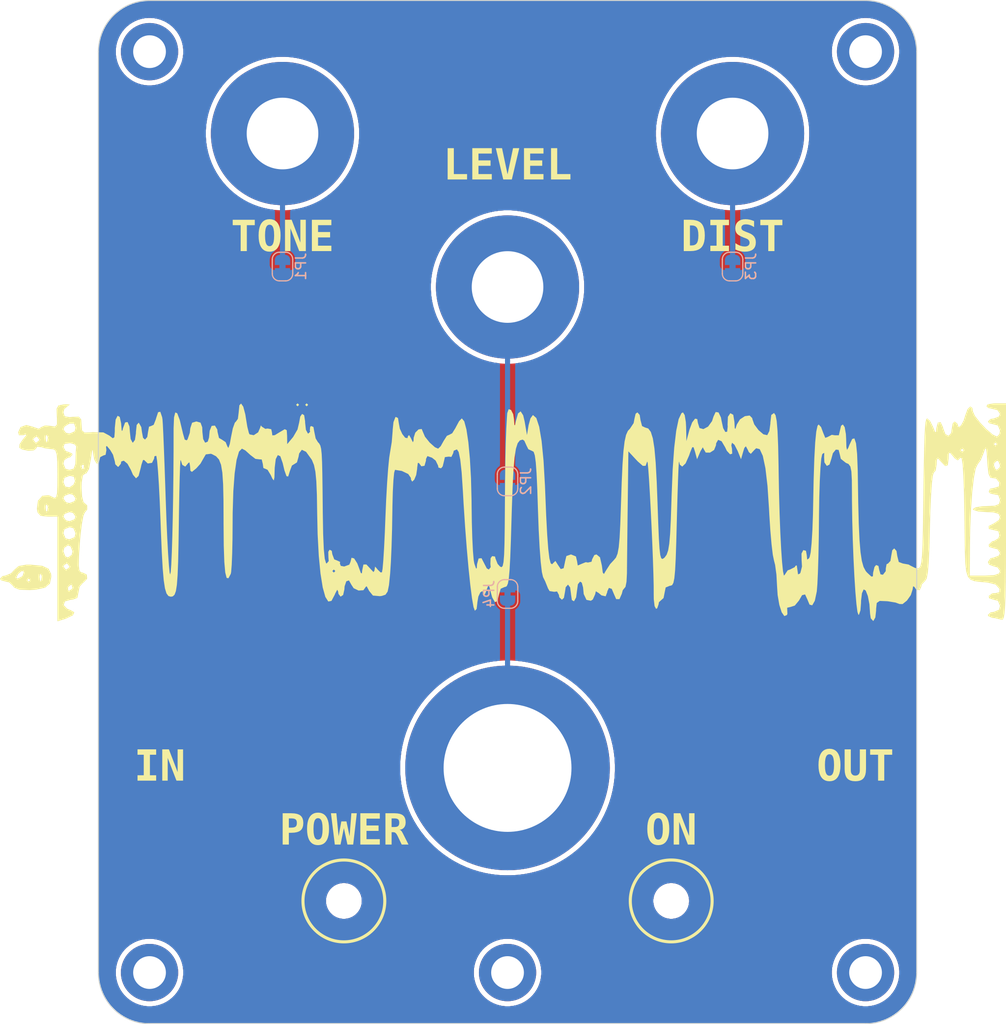
<source format=kicad_pcb>
(kicad_pcb (version 20241229) (generator "pcbnew") (generator_version "9.0")
  (layers (0 "F.Cu" signal) (2 "B.Cu" signal) (13 "F.Paste" user) (15 "B.Paste" user) (5 "F.SilkS" user "F.Silkscreen") (7 "B.SilkS" user "B.Silkscreen") (1 "F.Mask" user) (3 "B.Mask" user) (25 "Edge.Cuts" user))
  (net 0 "")
  (net 1 "Net-(JP1-B)")
  (net 2 "Net-(JP2-B)")
  (net 3 "Net-(JP3-B)")
  (net 4 "Net-(JP4-B)")
  (net 5 "0")
  (footprint "MountingHole:MountingHole_3mm" (layer "F.Cu") (at 106 138)
    (property "Reference" "H9" (hide yes))
    (property "Value" "MountingHole")
    (pad "" np_thru_hole circle (at 0 0) (size 3 3) (drill 3) (layers "*.Cu" "*.Mask"))
  )
  (footprint "MountingHole:MountingHole_3.2mm_M3_DIN965_Pad_TopBottom" (layer "F.Cu") (at 55 145)
    (property "Reference" "H3" (hide yes))
    (property "Value" "MountingHole")
    (pad "1" thru_hole circle (at 0 0) (size 3.6 3.6) (drill 3.2) (layers "*.Cu" "*.Mask"))
    (pad "1" connect circle (at 0 0) (size 5.6 5.6) (layers "F.Cu" "F.Mask"))
    (pad "1" connect circle (at 0 0) (size 5.6 5.6) (layers "B.Cu" "B.Mask"))
  )
  (footprint "pedale:plated_pot_hole" (layer "F.Cu") (at 90 78 90)
    (property "Reference" "H6" (hide yes))
    (property "Value" "MountingHole_Pad")
    (pad "1" thru_hole circle (at 0 0 90) (size 14 14) (drill 7) (layers "*.Cu" "*.Mask") (net 2 "Net-(JP2-B)"))
  )
  (footprint "pedale:plated_pot_hole" (layer "F.Cu") (at 112 63 90)
    (property "Reference" "H7" (hide yes))
    (property "Value" "MountingHole_Pad")
    (pad "1" thru_hole circle (at 0 0 90) (size 14 14) (drill 7) (layers "*.Cu" "*.Mask") (net 3 "Net-(JP3-B)"))
  )
  (footprint "MountingHole:MountingHole_3.2mm_M3_DIN965_Pad_TopBottom" (layer "F.Cu") (at 125 145)
    (property "Reference" "H4" (hide yes))
    (property "Value" "MountingHole")
    (pad "1" thru_hole circle (at 0 0) (size 3.6 3.6) (drill 3.2) (layers "*.Cu" "*.Mask"))
    (pad "1" connect circle (at 0 0) (size 5.6 5.6) (layers "F.Cu" "F.Mask"))
    (pad "1" connect circle (at 0 0) (size 5.6 5.6) (layers "B.Cu" "B.Mask"))
  )
  (footprint "pedale:plated_pot_hole" (layer "F.Cu") (at 68 63 90)
    (property "Reference" "H5" (hide yes))
    (property "Value" "MountingHole_Pad")
    (pad "1" thru_hole circle (at 0 0 90) (size 14 14) (drill 7) (layers "*.Cu" "*.Mask") (net 1 "Net-(JP1-B)"))
  )
  (footprint "pedale:plated_switch_hole" (layer "F.Cu") (at 90 125)
    (property "Reference" "H8" (hide yes))
    (property "Value" "MountingHole_Pad")
    (pad "1" thru_hole circle (at 0 0) (size 20 20) (drill 12.5) (layers "*.Cu" "*.Mask") (net 4 "Net-(JP4-B)"))
  )
  (footprint "MountingHole:MountingHole_3.2mm_M3_DIN965_Pad_TopBottom" (layer "F.Cu") (at 55 55)
    (property "Reference" "H1" (hide yes))
    (property "Value" "MountingHole")
    (pad "1" thru_hole circle (at 0 0) (size 3.6 3.6) (drill 3.2) (layers "*.Cu" "*.Mask"))
    (pad "1" connect circle (at 0 0) (size 5.6 5.6) (layers "F.Cu" "F.Mask"))
    (pad "1" connect circle (at 0 0) (size 5.6 5.6) (layers "B.Cu" "B.Mask"))
  )
  (footprint "MountingHole:MountingHole_3mm" (layer "F.Cu") (at 74 138)
    (property "Reference" "H10" (hide yes))
    (property "Value" "MountingHole")
    (pad "" np_thru_hole circle (at 0 0) (size 3 3) (drill 3) (layers "*.Cu" "*.Mask"))
  )
  (footprint "MountingHole:MountingHole_3.2mm_M3_DIN965_Pad_TopBottom" (layer "F.Cu") (at 125 55)
    (property "Reference" "H2" (hide yes))
    (property "Value" "MountingHole")
    (pad "1" thru_hole circle (at 0 0) (size 3.6 3.6) (drill 3.2) (layers "*.Cu" "*.Mask"))
    (pad "1" connect circle (at 0 0) (size 5.6 5.6) (layers "F.Cu" "F.Mask"))
    (pad "1" connect circle (at 0 0) (size 5.6 5.6) (layers "B.Cu" "B.Mask"))
  )
  (footprint "LOGO" (layer "F.Cu") (at 90 100)
    (property "Reference" "G***" (hide yes))
    (property "Value" "LOGO" (hide yes))
  )
  (footprint "MountingHole:MountingHole_3.2mm_M3_DIN965_Pad_TopBottom" (layer "F.Cu") (at 90 145)
    (property "Reference" "H11" (hide yes))
    (property "Value" "MountingHole")
    (pad "1" thru_hole circle (at 0 0) (size 3.6 3.6) (drill 3.2) (layers "*.Cu" "*.Mask"))
    (pad "1" connect circle (at 0 0) (size 5.6 5.6) (layers "F.Cu" "F.Mask"))
    (pad "1" connect circle (at 0 0) (size 5.6 5.6) (layers "B.Cu" "B.Mask"))
  )
  (footprint "Jumper:SolderJumper-2_P1.3mm_Bridged_RoundedPad1.0x1.5mm" (layer "B.Cu") (at 68 76 90)
    (property "Reference" "JP1" (at 0 1.8 270) (layer "B.SilkS") (effects (justify mirror)))
    (property "Value" "SolderJumper_2_Bridged")
    (fp_poly (pts (xy 0.25 0.3) (xy -0.25 0.3) (xy -0.25 -0.3) (xy 0.25 -0.3)) (fill yes) (layer "B.Cu"))
    (pad "1" smd custom (at -0.65 0 90) (size 1 0.5) (layers "B.Cu" "B.Mask") (net 5 "0") (options (clearance outline) (anchor rect)) (primitives (gr_circle (center 0 -0.25) (end 0.5 -0.25) (width 0) (fill yes)) (gr_circle (center 0 0.25) (end 0.5 0.25) (width 0) (fill yes)) (gr_poly (pts (xy 0.5 -0.75) (xy 0 -0.75) (xy 0 0.75) (xy 0.5 0.75)) (width 0) (fill yes))))
    (pad "2" smd custom (at 0.65 0 90) (size 1 0.5) (layers "B.Cu" "B.Mask") (net 1 "Net-(JP1-B)") (options (clearance outline) (anchor rect)) (primitives (gr_circle (center 0 -0.25) (end 0.5 -0.25) (width 0) (fill yes)) (gr_circle (center 0 0.25) (end 0.5 0.25) (width 0) (fill yes)) (gr_poly (pts (xy 0 -0.75) (xy -0.5 -0.75) (xy -0.5 0.75) (xy 0 0.75)) (width 0) (fill yes))))
  )
  (footprint "Jumper:SolderJumper-2_P1.3mm_Bridged_RoundedPad1.0x1.5mm" (layer "B.Cu") (at 90 108 -90)
    (property "Reference" "JP4" (at 0 1.8 90) (layer "B.SilkS") (effects (justify mirror)))
    (property "Value" "SolderJumper_2_Bridged")
    (fp_poly (pts (xy 0.25 0.3) (xy -0.25 0.3) (xy -0.25 -0.3) (xy 0.25 -0.3)) (fill yes) (layer "B.Cu"))
    (pad "1" smd custom (at -0.65 0 270) (size 1 0.5) (layers "B.Cu" "B.Mask") (net 5 "0") (options (clearance outline) (anchor rect)) (primitives (gr_circle (center 0 -0.25) (end 0.5 -0.25) (width 0) (fill yes)) (gr_circle (center 0 0.25) (end 0.5 0.25) (width 0) (fill yes)) (gr_poly (pts (xy 0.5 -0.75) (xy 0 -0.75) (xy 0 0.75) (xy 0.5 0.75)) (width 0) (fill yes))))
    (pad "2" smd custom (at 0.65 0 270) (size 1 0.5) (layers "B.Cu" "B.Mask") (net 4 "Net-(JP4-B)") (options (clearance outline) (anchor rect)) (primitives (gr_circle (center 0 -0.25) (end 0.5 -0.25) (width 0) (fill yes)) (gr_circle (center 0 0.25) (end 0.5 0.25) (width 0) (fill yes)) (gr_poly (pts (xy 0 -0.75) (xy -0.5 -0.75) (xy -0.5 0.75) (xy 0 0.75)) (width 0) (fill yes))))
  )
  (footprint "Jumper:SolderJumper-2_P1.3mm_Bridged_RoundedPad1.0x1.5mm" (layer "B.Cu") (at 90 97 90)
    (property "Reference" "JP2" (at 0 1.8 270) (layer "B.SilkS") (effects (justify mirror)))
    (property "Value" "SolderJumper_2_Bridged")
    (fp_poly (pts (xy 0.25 0.3) (xy -0.25 0.3) (xy -0.25 -0.3) (xy 0.25 -0.3)) (fill yes) (layer "B.Cu"))
    (pad "1" smd custom (at -0.65 0 90) (size 1 0.5) (layers "B.Cu" "B.Mask") (net 5 "0") (options (clearance outline) (anchor rect)) (primitives (gr_circle (center 0 -0.25) (end 0.5 -0.25) (width 0) (fill yes)) (gr_circle (center 0 0.25) (end 0.5 0.25) (width 0) (fill yes)) (gr_poly (pts (xy 0.5 -0.75) (xy 0 -0.75) (xy 0 0.75) (xy 0.5 0.75)) (width 0) (fill yes))))
    (pad "2" smd custom (at 0.65 0 90) (size 1 0.5) (layers "B.Cu" "B.Mask") (net 2 "Net-(JP2-B)") (options (clearance outline) (anchor rect)) (primitives (gr_circle (center 0 -0.25) (end 0.5 -0.25) (width 0) (fill yes)) (gr_circle (center 0 0.25) (end 0.5 0.25) (width 0) (fill yes)) (gr_poly (pts (xy 0 -0.75) (xy -0.5 -0.75) (xy -0.5 0.75) (xy 0 0.75)) (width 0) (fill yes))))
  )
  (footprint "Jumper:SolderJumper-2_P1.3mm_Bridged_RoundedPad1.0x1.5mm" (layer "B.Cu") (at 112 76 90)
    (property "Reference" "JP3" (at 0 1.8 270) (layer "B.SilkS") (effects (justify mirror)))
    (property "Value" "SolderJumper_2_Bridged")
    (fp_poly (pts (xy 0.25 0.3) (xy -0.25 0.3) (xy -0.25 -0.3) (xy 0.25 -0.3)) (fill yes) (layer "B.Cu"))
    (pad "1" smd custom (at -0.65 0 90) (size 1 0.5) (layers "B.Cu" "B.Mask") (net 5 "0") (options (clearance outline) (anchor rect)) (primitives (gr_circle (center 0 -0.25) (end 0.5 -0.25) (width 0) (fill yes)) (gr_circle (center 0 0.25) (end 0.5 0.25) (width 0) (fill yes)) (gr_poly (pts (xy 0.5 -0.75) (xy 0 -0.75) (xy 0 0.75) (xy 0.5 0.75)) (width 0) (fill yes))))
    (pad "2" smd custom (at 0.65 0 90) (size 1 0.5) (layers "B.Cu" "B.Mask") (net 3 "Net-(JP3-B)") (options (clearance outline) (anchor rect)) (primitives (gr_circle (center 0 -0.25) (end 0.5 -0.25) (width 0) (fill yes)) (gr_circle (center 0 0.25) (end 0.5 0.25) (width 0) (fill yes)) (gr_poly (pts (xy 0 -0.75) (xy -0.5 -0.75) (xy -0.5 0.75) (xy 0 0.75)) (width 0) (fill yes))))
  )
  (gr_circle (center 74 138) (end 70 138) (stroke (width 0.3)) (fill no) (layer "F.SilkS"))
  (gr_circle (center 106 138) (end 110 138) (stroke (width 0.3)) (fill no) (layer "F.SilkS"))
  (gr_line (start 50 55) (end 50 145) (stroke (width 0.1)) (layer "Edge.Cuts"))
  (gr_arc (start 50 55) (mid 51.464467 51.464467) (end 55 50) (stroke (width 0.1)) (layer "Edge.Cuts"))
  (gr_arc (start 125 50) (mid 128.535533 51.464467) (end 130 55) (stroke (width 0.1)) (layer "Edge.Cuts"))
  (gr_line (start 55 150) (end 125 150) (stroke (width 0.1)) (layer "Edge.Cuts"))
  (gr_line (start 130 145) (end 130 55) (stroke (width 0.1)) (layer "Edge.Cuts"))
  (gr_arc (start 55 150) (mid 51.464467 148.535533) (end 50 145) (stroke (width 0.1)) (layer "Edge.Cuts"))
  (gr_line (start 125 50) (end 55 50) (stroke (width 0.1)) (layer "Edge.Cuts"))
  (gr_arc (start 130 145) (mid 128.535533 148.535533) (end 125 150) (stroke (width 0.1)) (layer "Edge.Cuts"))
  (gr_text "TONE\n" (at 68 75 0) (layer "F.SilkS") (effects (font (size 3 3) (thickness 0.15) (bold yes)) (justify bottom)))
  (gr_text "IN" (at 56 125 0) (layer "F.SilkS") (effects (font (size 3 3) (thickness 0.15) (bold yes))))
  (gr_text "POWER\n" (at 74 133 0) (layer "F.SilkS") (effects (font (size 3 3) (thickness 0.15) (bold yes)) (justify bottom)))
  (gr_text "OUT\n" (at 124 125 0) (layer "F.SilkS") (effects (font (size 3 3) (thickness 0.15) (bold yes))))
  (gr_text "LEVEL\n" (at 90 68 0) (layer "F.SilkS") (effects (font (size 3 3) (thickness 0.15) (bold yes)) (justify bottom)))
  (gr_text "ON\n" (at 106 133 0) (layer "F.SilkS") (effects (font (size 3 3) (thickness 0.15) (bold yes)) (justify bottom)))
  (gr_text "DIST" (at 112 75 0) (layer "F.SilkS") (effects (font (size 3 3) (thickness 0.15) (bold yes)) (justify bottom)))
  (segment (start 68 75.35) (end 68 63) (width 0.5) (layer "B.Cu") (net 1))
  (segment (start 90 78) (end 90 96.35) (width 0.5) (layer "B.Cu") (net 2))
  (segment (start 112 75.35) (end 112 63) (width 0.5) (layer "B.Cu") (net 3))
  (segment (start 90 108.65) (end 90 125) (width 0.5) (layer "B.Cu") (net 4))
  (zone (net 5) (net_name "0") (layer "F.Cu") (connect_pads (clearance 0.5)) (min_thickness 0.25) (fill yes (thermal_gap 0.5) (thermal_bridge_width 0.5))
    (polygon (pts (xy 49.98 50) (xy 130 50) (xy 130 149.93) (xy 49.98 149.93)))
  )
  (zone (net 5) (net_name "0") (layer "B.Cu") (connect_pads (clearance 0.5)) (min_thickness 0.25) (fill yes (thermal_gap 0.5) (thermal_bridge_width 0.5))
    (polygon (pts (xy 49.98 50) (xy 130 50) (xy 130 149.93) (xy 49.98 149.93)))
  )
  (zone (net 5) (net_name "0") (layer "B.Cu") (connect_pads (clearance 0.5)) (min_thickness 0.25) (fill yes (thermal_gap 0.5) (thermal_bridge_width 0.5))
    (polygon (pts (xy 50 50) (xy 130.02 50) (xy 130.02 149.93) (xy 50 149.93)))
  )
)
</source>
